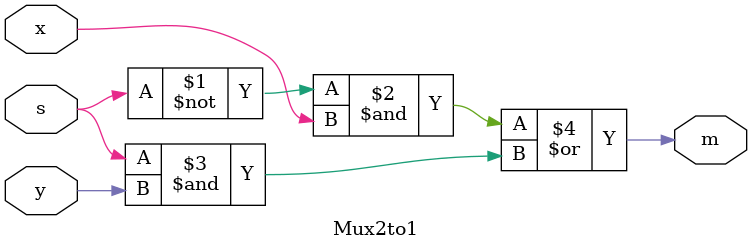
<source format=v>
module Mux2to1(m,x,y,s);
input x,y,s;
output m;

	assign m = (~s & x) | (s & y);
	
endmodule

</source>
